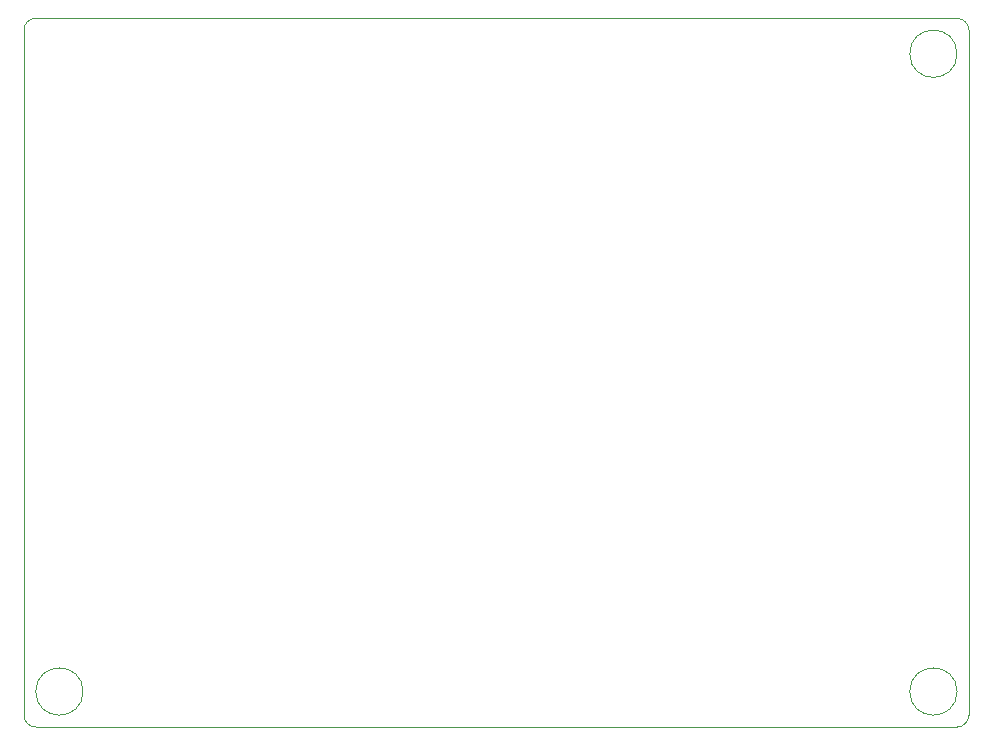
<source format=gm1>
G04 #@! TF.GenerationSoftware,KiCad,Pcbnew,5.1.6-c6e7f7d~86~ubuntu19.10.1*
G04 #@! TF.CreationDate,2020-10-06T14:20:37+02:00*
G04 #@! TF.ProjectId,logair_diy,6c6f6761-6972-45f6-9469-792e6b696361,rev?*
G04 #@! TF.SameCoordinates,Original*
G04 #@! TF.FileFunction,Profile,NP*
%FSLAX46Y46*%
G04 Gerber Fmt 4.6, Leading zero omitted, Abs format (unit mm)*
G04 Created by KiCad (PCBNEW 5.1.6-c6e7f7d~86~ubuntu19.10.1) date 2020-10-06 14:20:37*
%MOMM*%
%LPD*%
G01*
G04 APERTURE LIST*
G04 #@! TA.AperFunction,Profile*
%ADD10C,0.050000*%
G04 #@! TD*
G04 APERTURE END LIST*
D10*
X178000000Y-118000000D02*
G75*
G03*
X178000000Y-118000000I-2000000J0D01*
G01*
X178000000Y-64000000D02*
G75*
G03*
X178000000Y-64000000I-2000000J0D01*
G01*
X104000000Y-118000000D02*
G75*
G03*
X104000000Y-118000000I-2000000J0D01*
G01*
X99000000Y-62000000D02*
G75*
G02*
X100000000Y-61000000I1000000J0D01*
G01*
X100000000Y-121000000D02*
G75*
G02*
X99000000Y-120000000I0J1000000D01*
G01*
X179000000Y-120000000D02*
G75*
G02*
X178000000Y-121000000I-1000000J0D01*
G01*
X178000000Y-61000000D02*
G75*
G02*
X179000000Y-62000000I0J-1000000D01*
G01*
X99000000Y-62000000D02*
X99000000Y-120000000D01*
X178000000Y-121000000D02*
X100000000Y-121000000D01*
X179000000Y-62000000D02*
X179000000Y-120000000D01*
X100000000Y-61000000D02*
X178000000Y-61000000D01*
M02*

</source>
